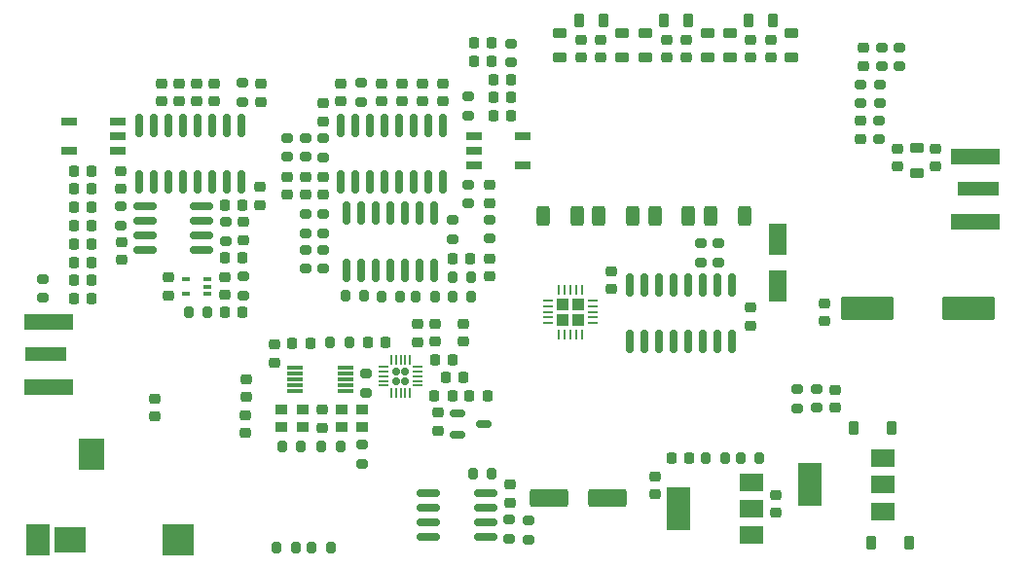
<source format=gtp>
G04 #@! TF.GenerationSoftware,KiCad,Pcbnew,7.0.10*
G04 #@! TF.CreationDate,2024-01-23T19:41:07-06:00*
G04 #@! TF.ProjectId,radiohead,72616469-6f68-4656-9164-2e6b69636164,2.0*
G04 #@! TF.SameCoordinates,Original*
G04 #@! TF.FileFunction,Paste,Top*
G04 #@! TF.FilePolarity,Positive*
%FSLAX46Y46*%
G04 Gerber Fmt 4.6, Leading zero omitted, Abs format (unit mm)*
G04 Created by KiCad (PCBNEW 7.0.10) date 2024-01-23 19:41:07*
%MOMM*%
%LPD*%
G01*
G04 APERTURE LIST*
G04 Aperture macros list*
%AMRoundRect*
0 Rectangle with rounded corners*
0 $1 Rounding radius*
0 $2 $3 $4 $5 $6 $7 $8 $9 X,Y pos of 4 corners*
0 Add a 4 corners polygon primitive as box body*
4,1,4,$2,$3,$4,$5,$6,$7,$8,$9,$2,$3,0*
0 Add four circle primitives for the rounded corners*
1,1,$1+$1,$2,$3*
1,1,$1+$1,$4,$5*
1,1,$1+$1,$6,$7*
1,1,$1+$1,$8,$9*
0 Add four rect primitives between the rounded corners*
20,1,$1+$1,$2,$3,$4,$5,0*
20,1,$1+$1,$4,$5,$6,$7,0*
20,1,$1+$1,$6,$7,$8,$9,0*
20,1,$1+$1,$8,$9,$2,$3,0*%
G04 Aperture macros list end*
%ADD10RoundRect,0.225000X0.250000X-0.225000X0.250000X0.225000X-0.250000X0.225000X-0.250000X-0.225000X0*%
%ADD11RoundRect,0.200000X-0.275000X0.200000X-0.275000X-0.200000X0.275000X-0.200000X0.275000X0.200000X0*%
%ADD12RoundRect,0.200000X0.200000X0.275000X-0.200000X0.275000X-0.200000X-0.275000X0.200000X-0.275000X0*%
%ADD13RoundRect,0.225000X-0.250000X0.225000X-0.250000X-0.225000X0.250000X-0.225000X0.250000X0.225000X0*%
%ADD14RoundRect,0.225000X-0.225000X-0.250000X0.225000X-0.250000X0.225000X0.250000X-0.225000X0.250000X0*%
%ADD15RoundRect,0.225000X0.225000X0.250000X-0.225000X0.250000X-0.225000X-0.250000X0.225000X-0.250000X0*%
%ADD16RoundRect,0.218750X0.218750X0.256250X-0.218750X0.256250X-0.218750X-0.256250X0.218750X-0.256250X0*%
%ADD17RoundRect,0.218750X-0.218750X-0.256250X0.218750X-0.256250X0.218750X0.256250X-0.218750X0.256250X0*%
%ADD18R,3.600000X1.270000*%
%ADD19R,4.200000X1.350000*%
%ADD20RoundRect,0.200000X0.275000X-0.200000X0.275000X0.200000X-0.275000X0.200000X-0.275000X-0.200000X0*%
%ADD21RoundRect,0.200000X-0.200000X-0.275000X0.200000X-0.275000X0.200000X0.275000X-0.200000X0.275000X0*%
%ADD22R,1.400000X0.300000*%
%ADD23RoundRect,0.225000X-0.225000X-0.375000X0.225000X-0.375000X0.225000X0.375000X-0.225000X0.375000X0*%
%ADD24RoundRect,0.150000X-0.825000X-0.150000X0.825000X-0.150000X0.825000X0.150000X-0.825000X0.150000X0*%
%ADD25RoundRect,0.167500X0.167500X0.167500X-0.167500X0.167500X-0.167500X-0.167500X0.167500X-0.167500X0*%
%ADD26RoundRect,0.050000X0.375000X0.050000X-0.375000X0.050000X-0.375000X-0.050000X0.375000X-0.050000X0*%
%ADD27RoundRect,0.050000X0.050000X0.375000X-0.050000X0.375000X-0.050000X-0.375000X0.050000X-0.375000X0*%
%ADD28RoundRect,0.150000X0.150000X-0.825000X0.150000X0.825000X-0.150000X0.825000X-0.150000X-0.825000X0*%
%ADD29RoundRect,0.250001X-2.049999X-0.799999X2.049999X-0.799999X2.049999X0.799999X-2.049999X0.799999X0*%
%ADD30R,2.000000X1.500000*%
%ADD31R,2.000000X3.800000*%
%ADD32R,1.400000X0.760000*%
%ADD33RoundRect,0.250000X1.412500X0.550000X-1.412500X0.550000X-1.412500X-0.550000X1.412500X-0.550000X0*%
%ADD34RoundRect,0.150000X0.825000X0.150000X-0.825000X0.150000X-0.825000X-0.150000X0.825000X-0.150000X0*%
%ADD35RoundRect,0.150000X-0.512500X-0.150000X0.512500X-0.150000X0.512500X0.150000X-0.512500X0.150000X0*%
%ADD36RoundRect,0.225000X0.225000X0.375000X-0.225000X0.375000X-0.225000X-0.375000X0.225000X-0.375000X0*%
%ADD37RoundRect,0.250000X0.312500X0.625000X-0.312500X0.625000X-0.312500X-0.625000X0.312500X-0.625000X0*%
%ADD38RoundRect,0.218750X0.218750X0.381250X-0.218750X0.381250X-0.218750X-0.381250X0.218750X-0.381250X0*%
%ADD39RoundRect,0.218750X-0.381250X0.218750X-0.381250X-0.218750X0.381250X-0.218750X0.381250X0.218750X0*%
%ADD40RoundRect,0.250000X-0.295000X-0.295000X0.295000X-0.295000X0.295000X0.295000X-0.295000X0.295000X0*%
%ADD41RoundRect,0.062500X-0.337500X-0.062500X0.337500X-0.062500X0.337500X0.062500X-0.337500X0.062500X0*%
%ADD42RoundRect,0.062500X-0.062500X-0.337500X0.062500X-0.337500X0.062500X0.337500X-0.062500X0.337500X0*%
%ADD43R,1.050000X0.950000*%
%ADD44RoundRect,0.218750X0.381250X-0.218750X0.381250X0.218750X-0.381250X0.218750X-0.381250X-0.218750X0*%
%ADD45R,0.650000X0.400000*%
%ADD46RoundRect,0.250000X-0.550000X1.137500X-0.550000X-1.137500X0.550000X-1.137500X0.550000X1.137500X0*%
%ADD47R,2.006600X2.794000*%
%ADD48R,2.794000X2.794000*%
%ADD49R,2.209800X2.794000*%
%ADD50R,2.794000X2.209800*%
%ADD51RoundRect,0.150000X-0.150000X0.825000X-0.150000X-0.825000X0.150000X-0.825000X0.150000X0.825000X0*%
G04 APERTURE END LIST*
D10*
X92043200Y-109826600D03*
X92043200Y-108276600D03*
D11*
X99138000Y-125078400D03*
X99138000Y-126728400D03*
D12*
X96055400Y-128187400D03*
X94405400Y-128187400D03*
D10*
X100633200Y-118834600D03*
X100633200Y-117284600D03*
X95126532Y-109826600D03*
X95126532Y-108276600D03*
D13*
X99153700Y-120340400D03*
X99153700Y-121890400D03*
D14*
X109982600Y-130796400D03*
X111532600Y-130796400D03*
D10*
X96668200Y-109826600D03*
X96668200Y-108276600D03*
D15*
X117368900Y-132332800D03*
X115818900Y-132332800D03*
X120788200Y-106321600D03*
X119238200Y-106321600D03*
D14*
X120918200Y-109503600D03*
X122468200Y-109503600D03*
D16*
X120800700Y-104755600D03*
X119225700Y-104755600D03*
D17*
X120905700Y-107907600D03*
X122480700Y-107907600D03*
D16*
X122480700Y-111099600D03*
X120905700Y-111099600D03*
D15*
X85987800Y-115868974D03*
X84437800Y-115868974D03*
D16*
X86000300Y-123830844D03*
X84425300Y-123830844D03*
D17*
X84425300Y-119053722D03*
X86000300Y-119053722D03*
D16*
X86000300Y-117461348D03*
X84425300Y-117461348D03*
X86000300Y-125423218D03*
X84425300Y-125423218D03*
D18*
X82030000Y-131857600D03*
D19*
X82230000Y-129032600D03*
X82230000Y-134682600D03*
D20*
X104592600Y-124388800D03*
X104592600Y-122738800D03*
X117398000Y-121809800D03*
X117398000Y-120159800D03*
D12*
X112825400Y-126784200D03*
X111175400Y-126784200D03*
D11*
X106159800Y-122739000D03*
X106159800Y-124389000D03*
D20*
X97610400Y-121974800D03*
X97610400Y-120324800D03*
X88511500Y-120602200D03*
X88511500Y-118952200D03*
X99064800Y-109887200D03*
X99064800Y-108237200D03*
X109450080Y-109884600D03*
X109450080Y-108234600D03*
D15*
X104988200Y-130921600D03*
X103438200Y-130921600D03*
D10*
X118279200Y-130722800D03*
X118279200Y-129172800D03*
D21*
X114189200Y-126788200D03*
X115839200Y-126788200D03*
D12*
X109681200Y-126715600D03*
X108031200Y-126715600D03*
D15*
X99091040Y-118870500D03*
X97541040Y-118870500D03*
D21*
X119124400Y-142267400D03*
X120774400Y-142267400D03*
D20*
X123993000Y-147953800D03*
X123993000Y-146303800D03*
D14*
X97556800Y-128197400D03*
X99106800Y-128197400D03*
D22*
X108093500Y-135009500D03*
X108093500Y-134509500D03*
X108093500Y-134009500D03*
X108093500Y-133509500D03*
X108093500Y-133009500D03*
X103693500Y-133009500D03*
X103693500Y-133509500D03*
X103693500Y-134009500D03*
X103693500Y-134509500D03*
X103693500Y-135009500D03*
D10*
X93584866Y-109826600D03*
X93584866Y-108276600D03*
D15*
X117355800Y-135445200D03*
X115805800Y-135445200D03*
D10*
X88569460Y-123614060D03*
X88569460Y-122064060D03*
D15*
X99131300Y-123474500D03*
X97581300Y-123474500D03*
X85987800Y-122238470D03*
X84437800Y-122238470D03*
D23*
X153760000Y-148228000D03*
X157060000Y-148228000D03*
D24*
X115288600Y-143949600D03*
X115288600Y-145219600D03*
X115288600Y-146489600D03*
X115288600Y-147759600D03*
X120238600Y-147759600D03*
X120238600Y-146489600D03*
X120238600Y-145219600D03*
X120238600Y-143949600D03*
D25*
X113267200Y-134167200D03*
X113267200Y-133347200D03*
X112447200Y-134167200D03*
X112447200Y-133347200D03*
D26*
X114307200Y-134557200D03*
X114307200Y-134157200D03*
X114307200Y-133757200D03*
X114307200Y-133357200D03*
X114307200Y-132957200D03*
D27*
X113657200Y-132307200D03*
X113257200Y-132307200D03*
X112857200Y-132307200D03*
X112457200Y-132307200D03*
X112057200Y-132307200D03*
D26*
X111407200Y-132957200D03*
X111407200Y-133357200D03*
X111407200Y-133757200D03*
X111407200Y-134157200D03*
X111407200Y-134557200D03*
D27*
X112057200Y-135207200D03*
X112457200Y-135207200D03*
X112857200Y-135207200D03*
X113257200Y-135207200D03*
X113657200Y-135207200D03*
D20*
X122319000Y-147887200D03*
X122319000Y-146237200D03*
D10*
X115888200Y-130758800D03*
X115888200Y-129208800D03*
X106110400Y-111548200D03*
X106110400Y-109998200D03*
D13*
X88487800Y-115911400D03*
X88487800Y-117461400D03*
D15*
X118312600Y-133889200D03*
X116762600Y-133889200D03*
D10*
X91509200Y-137278000D03*
X91509200Y-135728000D03*
D13*
X99384000Y-137137200D03*
X99384000Y-138687200D03*
X99390200Y-134031800D03*
X99390200Y-135581800D03*
D28*
X107673200Y-116851600D03*
X108943200Y-116851600D03*
X110213200Y-116851600D03*
X111483200Y-116851600D03*
X112753200Y-116851600D03*
X114023200Y-116851600D03*
X115293200Y-116851600D03*
X116563200Y-116851600D03*
X116563200Y-111901600D03*
X115293200Y-111901600D03*
X114023200Y-111901600D03*
X112753200Y-111901600D03*
X111483200Y-111901600D03*
X110213200Y-111901600D03*
X108943200Y-111901600D03*
X107673200Y-111901600D03*
D14*
X84437800Y-120646096D03*
X85987800Y-120646096D03*
D15*
X85987800Y-127015598D03*
X84437800Y-127015598D03*
D10*
X116099400Y-138484000D03*
X116099400Y-136934000D03*
X106034800Y-138226000D03*
X106034800Y-136676000D03*
D14*
X117392400Y-123485200D03*
X118942400Y-123485200D03*
D29*
X153410000Y-127808000D03*
X162210000Y-127808000D03*
D13*
X101893200Y-131001600D03*
X101893200Y-132551600D03*
D14*
X118841000Y-135435400D03*
X120391000Y-135435400D03*
D11*
X147374600Y-134883800D03*
X147374600Y-136533800D03*
D20*
X149050000Y-136513000D03*
X149050000Y-134863000D03*
D11*
X104587000Y-119660000D03*
X104587000Y-121310000D03*
D20*
X106147200Y-121312600D03*
X106147200Y-119662600D03*
D30*
X154780000Y-145498000D03*
X154780000Y-143198000D03*
D31*
X148480000Y-143198000D03*
D30*
X154780000Y-140898000D03*
D21*
X117351400Y-125104800D03*
X119001400Y-125104800D03*
D10*
X92686800Y-126698200D03*
X92686800Y-125148200D03*
D32*
X119272200Y-115417600D03*
X119272200Y-114147600D03*
X119272200Y-112877600D03*
X123482200Y-115417600D03*
X123482200Y-112877600D03*
X88228200Y-111555600D03*
X88228200Y-112825600D03*
X88228200Y-114095600D03*
X84018200Y-111555600D03*
X84018200Y-114095600D03*
D12*
X144075600Y-140880800D03*
X142425600Y-140880800D03*
X141043400Y-140899200D03*
X139393400Y-140899200D03*
D10*
X122351800Y-144742200D03*
X122351800Y-143192200D03*
D13*
X149719200Y-127428600D03*
X149719200Y-128978600D03*
X107676800Y-108284600D03*
X107676800Y-109834600D03*
X150680000Y-134913000D03*
X150680000Y-136463000D03*
X145457800Y-144090400D03*
X145457800Y-145640400D03*
D30*
X143358000Y-147588000D03*
X143358000Y-145288000D03*
D31*
X137058000Y-145288000D03*
D30*
X143358000Y-142988000D03*
D21*
X117348600Y-126799600D03*
X118998600Y-126799600D03*
D13*
X114311000Y-129214800D03*
X114311000Y-130764800D03*
D10*
X134950200Y-144031000D03*
X134950200Y-142481000D03*
D33*
X130877500Y-144348000D03*
X125802500Y-144348000D03*
D34*
X95539800Y-122793200D03*
X95539800Y-121523200D03*
X95539800Y-120253200D03*
X95539800Y-118983200D03*
X90589800Y-118983200D03*
X90589800Y-120253200D03*
X90589800Y-121523200D03*
X90589800Y-122793200D03*
D10*
X97576600Y-126689200D03*
X97576600Y-125139200D03*
X120601400Y-125081200D03*
X120601400Y-123531200D03*
X106123200Y-117964600D03*
X106123200Y-116414600D03*
X104573200Y-117954600D03*
X104573200Y-116404600D03*
X114769920Y-109834600D03*
X114769920Y-108284600D03*
X111223360Y-109834600D03*
X111223360Y-108284600D03*
X116543200Y-109834600D03*
X116543200Y-108284600D03*
X112996640Y-109834600D03*
X112996640Y-108284600D03*
D20*
X120578200Y-121783600D03*
X120578200Y-120133600D03*
X118712000Y-118719200D03*
X118712000Y-117069200D03*
D11*
X118753200Y-109404600D03*
X118753200Y-111054600D03*
D20*
X106113200Y-114684600D03*
X106113200Y-113034600D03*
X104553200Y-114664600D03*
X104553200Y-113014600D03*
X103023200Y-114654600D03*
X103023200Y-113004600D03*
D10*
X103023200Y-117944600D03*
X103023200Y-116394600D03*
D35*
X117808900Y-136989200D03*
X117808900Y-138889200D03*
X120083900Y-137939200D03*
D36*
X155540000Y-138238000D03*
X152240000Y-138238000D03*
D11*
X122445000Y-104770000D03*
X122445000Y-106420000D03*
D28*
X108178600Y-124522000D03*
X109448600Y-124522000D03*
X110718600Y-124522000D03*
X111988600Y-124522000D03*
X113258600Y-124522000D03*
X114528600Y-124522000D03*
X115798600Y-124522000D03*
X115798600Y-119572000D03*
X114528600Y-119572000D03*
X113258600Y-119572000D03*
X111988600Y-119572000D03*
X110718600Y-119572000D03*
X109448600Y-119572000D03*
X108178600Y-119572000D03*
D37*
X137900832Y-119815000D03*
X134975832Y-119815000D03*
D21*
X105950000Y-139855000D03*
X107600000Y-139855000D03*
D38*
X130497500Y-102785000D03*
X128372500Y-102785000D03*
D11*
X140505000Y-122190000D03*
X140505000Y-123840000D03*
D13*
X130287220Y-104470000D03*
X130287220Y-106020000D03*
D20*
X156215000Y-106790000D03*
X156215000Y-105140000D03*
D21*
X102080000Y-148655000D03*
X103730000Y-148655000D03*
D39*
X141485000Y-103912500D03*
X141485000Y-106037500D03*
D21*
X106718600Y-130835400D03*
X108368600Y-130835400D03*
D40*
X126940000Y-127470000D03*
X126940000Y-128820000D03*
X128290000Y-127470000D03*
X128290000Y-128820000D03*
D41*
X125665000Y-127145000D03*
X125665000Y-127645000D03*
X125665000Y-128145000D03*
X125665000Y-128645000D03*
X125665000Y-129145000D03*
D42*
X126615000Y-130095000D03*
X127115000Y-130095000D03*
X127615000Y-130095000D03*
X128115000Y-130095000D03*
X128615000Y-130095000D03*
D41*
X129565000Y-129145000D03*
X129565000Y-128645000D03*
X129565000Y-128145000D03*
X129565000Y-127645000D03*
X129565000Y-127145000D03*
D42*
X128615000Y-126195000D03*
X128115000Y-126195000D03*
X127615000Y-126195000D03*
X127115000Y-126195000D03*
X126615000Y-126195000D03*
D21*
X105140000Y-148645000D03*
X106790000Y-148645000D03*
D39*
X126705000Y-103912500D03*
X126705000Y-106037500D03*
D13*
X120579800Y-117119800D03*
X120579800Y-118669800D03*
D43*
X102510000Y-138128200D03*
X104360000Y-138128200D03*
X104360000Y-136678200D03*
X102510000Y-136678200D03*
D11*
X109515000Y-139710000D03*
X109515000Y-141360000D03*
D20*
X81765000Y-126950000D03*
X81765000Y-125300000D03*
D10*
X156055000Y-115480000D03*
X156055000Y-113930000D03*
D37*
X142757500Y-119815000D03*
X139832500Y-119815000D03*
D39*
X146865000Y-103912500D03*
X146865000Y-106037500D03*
D13*
X159375000Y-113930000D03*
X159375000Y-115480000D03*
X128556110Y-104470000D03*
X128556110Y-106020000D03*
X143318333Y-104470000D03*
X143318333Y-106020000D03*
D18*
X163060000Y-117440000D03*
D19*
X162860000Y-120265000D03*
X162860000Y-114615000D03*
D28*
X132790000Y-130750000D03*
X134060000Y-130750000D03*
X135330000Y-130750000D03*
X136600000Y-130750000D03*
X137870000Y-130750000D03*
X139140000Y-130750000D03*
X140410000Y-130750000D03*
X141680000Y-130750000D03*
X141680000Y-125800000D03*
X140410000Y-125800000D03*
X139140000Y-125800000D03*
X137870000Y-125800000D03*
X136600000Y-125800000D03*
X135330000Y-125800000D03*
X134060000Y-125800000D03*
X132790000Y-125800000D03*
D15*
X137950000Y-140895000D03*
X136400000Y-140895000D03*
D13*
X131185000Y-124640000D03*
X131185000Y-126190000D03*
D39*
X139573333Y-103912500D03*
X139573333Y-106037500D03*
D13*
X143265000Y-127780000D03*
X143265000Y-129330000D03*
D20*
X154495000Y-113130000D03*
X154495000Y-111480000D03*
D39*
X134103333Y-103912500D03*
X134103333Y-106037500D03*
D44*
X157725000Y-116037500D03*
X157725000Y-113912500D03*
D13*
X145031666Y-104470000D03*
X145031666Y-106020000D03*
D10*
X153115000Y-106740000D03*
X153115000Y-105190000D03*
D13*
X137709999Y-104470000D03*
X137709999Y-106020000D03*
D10*
X152885000Y-113080000D03*
X152885000Y-111530000D03*
D20*
X109860400Y-135195400D03*
X109860400Y-133545400D03*
D45*
X96075000Y-126605000D03*
X96075000Y-125955000D03*
X96075000Y-125305000D03*
X94175000Y-125305000D03*
X94175000Y-126605000D03*
D11*
X138965000Y-122180000D03*
X138965000Y-123830000D03*
D43*
X107690000Y-138129200D03*
X109540000Y-138129200D03*
X109540000Y-136679200D03*
X107690000Y-136679200D03*
D37*
X133044166Y-119815000D03*
X130119166Y-119815000D03*
X128187500Y-119815000D03*
X125262500Y-119815000D03*
D13*
X135966666Y-104470000D03*
X135966666Y-106020000D03*
X100675600Y-108322200D03*
X100675600Y-109872200D03*
D46*
X145655000Y-121792500D03*
X145655000Y-125917500D03*
D47*
X81274699Y-147955000D03*
D48*
X93474700Y-147955000D03*
D49*
X85974700Y-140555000D03*
D50*
X84074701Y-147955000D03*
D12*
X104170000Y-139855000D03*
X102520000Y-139855000D03*
D51*
X99034600Y-111901600D03*
X97764600Y-111901600D03*
X96494600Y-111901600D03*
X95224600Y-111901600D03*
X93954600Y-111901600D03*
X92684600Y-111901600D03*
X91414600Y-111901600D03*
X90144600Y-111901600D03*
X90144600Y-116851600D03*
X91414600Y-116851600D03*
X92684600Y-116851600D03*
X93954600Y-116851600D03*
X95224600Y-116851600D03*
X96494600Y-116851600D03*
X97764600Y-116851600D03*
X99034600Y-116851600D03*
D38*
X145247500Y-102785000D03*
X143122500Y-102785000D03*
D20*
X152895000Y-110010000D03*
X152895000Y-108360000D03*
D39*
X132138332Y-103912500D03*
X132138332Y-106037500D03*
D38*
X137895833Y-102785000D03*
X135770833Y-102785000D03*
D20*
X154535000Y-110010000D03*
X154535000Y-108360000D03*
D11*
X154715000Y-105140000D03*
X154715000Y-106790000D03*
M02*

</source>
